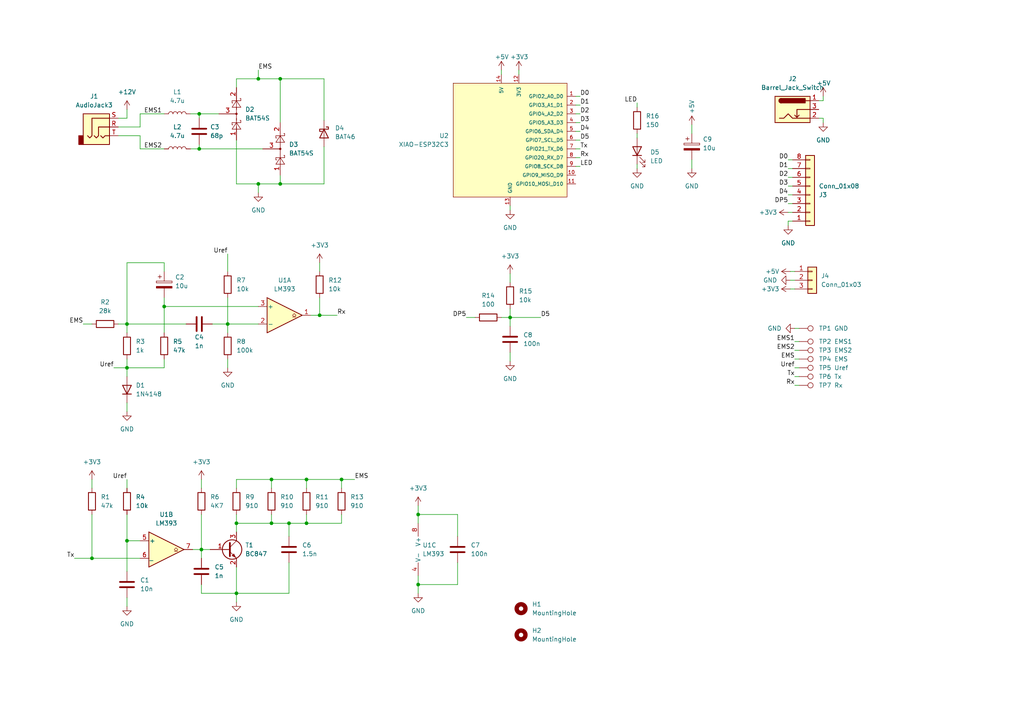
<source format=kicad_sch>
(kicad_sch (version 20230121) (generator eeschema)
  (paper "A4")
  (title_block (title "EMS Bus Gateway") (date "2023-09-25") (rev "v1.0") (company "Marius Greuel"))
  (lib_symbols
    (symbol "Comparator:LM393" (pin_names (offset 0.127))
      (property "Reference" "U" (at 3.81 3.81 0))
      (property "Value" "LM393" (at 6.35 -3.81 0))
      (symbol "LM393_1_1"
        (polyline (pts (xy -5.08 5.08) (xy 5.08 0) (xy -5.08 -5.08) (xy -5.08 5.08)) (stroke (width 0.254)) (fill (type background)))
        (polyline (pts (xy 3.302 -0.508) (xy 2.794 -0.508) (xy 3.302 0) (xy 2.794 0.508) (xy 2.286 0) (xy 2.794 -0.508) (xy 2.286 -0.508)) (stroke (width 0.127)))
        (pin open_collector line (at 7.62 0 180) (length 2.54) (name "~") (number "1"))
        (pin input line (at -7.62 -2.54 0) (length 2.54) (name "-") (number "2"))
        (pin input line (at -7.62 2.54 0) (length 2.54) (name "+") (number "3"))
      )
      (symbol "LM393_2_1"
        (polyline (pts (xy -5.08 5.08) (xy 5.08 0) (xy -5.08 -5.08) (xy -5.08 5.08)) (stroke (width 0.254)) (fill (type background)))
        (polyline (pts (xy 3.302 -0.508) (xy 2.794 -0.508) (xy 3.302 0) (xy 2.794 0.508) (xy 2.286 0) (xy 2.794 -0.508) (xy 2.286 -0.508)) (stroke (width 0.127)))
        (pin input line (at -7.62 2.54 0) (length 2.54) (name "+") (number "5"))
        (pin input line (at -7.62 -2.54 0) (length 2.54) (name "_") (number "6"))
        (pin open_collector line (at 7.62 0 180) (length 2.54) (name "~") (number "7"))
      )
      (symbol "LM393_3_1"
        (pin power_in line (at -2.54 -7.62 90) (length 3.81) (name "V-") (number "4"))
        (pin power_in line (at -2.54 7.62 270) (length 3.81) (name "V+") (number "8"))
      )
    )
    (symbol "Connector:AudioJack3"
      (property "Reference" "J" (at 0 8.89 0))
      (property "Value" "AudioJack3" (at 0 6.35 0))
      (symbol "AudioJack3_0_1"
        (rectangle (start -5.08 -5.08) (end -6.35 -2.54) (stroke (width 0.254)) (fill (type outline)))
        (polyline (pts (xy 0 -2.54) (xy 0.635 -3.175) (xy 1.27 -2.54) (xy 2.54 -2.54)) (stroke (width 0.254)))
        (polyline (pts (xy -1.905 -2.54) (xy -1.27 -3.175) (xy -0.635 -2.54) (xy -0.635 0) (xy 2.54 0)) (stroke (width 0.254)))
        (polyline (pts (xy 2.54 2.54) (xy -2.54 2.54) (xy -2.54 -2.54) (xy -3.175 -3.175) (xy -3.81 -2.54)) (stroke (width 0.254)))
        (rectangle (start 2.54 3.81) (end -5.08 -5.08) (stroke (width 0.254)) (fill (type background)))
      )
      (symbol "AudioJack3_1_1"
        (pin passive line (at 5.08 0 180) (length 2.54) (name "~") (number "R"))
        (pin passive line (at 5.08 2.54 180) (length 2.54) (name "~") (number "S"))
        (pin passive line (at 5.08 -2.54 180) (length 2.54) (name "~") (number "T"))
      )
    )
    (symbol "Connector:Barrel_Jack_Switch" (pin_names hide)
      (property "Reference" "J" (at 0 5.334 0))
      (property "Value" "Barrel_Jack_Switch" (at 0 -5.08 0))
      (symbol "Barrel_Jack_Switch_0_1"
        (rectangle (start -5.08 3.81) (end 5.08 -3.81) (stroke (width 0.254)) (fill (type background)))
        (arc (start -3.302 3.175) (mid -3.9343 2.54) (end -3.302 1.905) (stroke (width 0.254)))
        (arc (start -3.302 3.175) (mid -3.9343 2.54) (end -3.302 1.905) (stroke (width 0.254)) (fill (type outline)))
        (polyline (pts (xy 1.27 -2.286) (xy 1.905 -1.651)) (stroke (width 0.254)))
        (polyline (pts (xy 5.08 2.54) (xy 3.81 2.54)) (stroke (width 0.254)))
        (polyline (pts (xy 5.08 0) (xy 1.27 0) (xy 1.27 -2.286) (xy 0.635 -1.651)) (stroke (width 0.254)))
        (polyline (pts (xy -3.81 -2.54) (xy -2.54 -2.54) (xy -1.27 -1.27) (xy 0 -2.54) (xy 2.54 -2.54) (xy 5.08 -2.54)) (stroke (width 0.254)))
        (rectangle (start 3.683 3.175) (end -3.302 1.905) (stroke (width 0.254)) (fill (type outline)))
      )
      (symbol "Barrel_Jack_Switch_1_1"
        (pin passive line (at 7.62 2.54 180) (length 2.54) (name "~") (number "1"))
        (pin passive line (at 7.62 -2.54 180) (length 2.54) (name "~") (number "2"))
        (pin passive line (at 7.62 0 180) (length 2.54) (name "~") (number "3"))
      )
    )
    (symbol "Connector:TestPoint" (pin_numbers hide) (pin_names (offset 0.762) hide)
      (property "Reference" "TP" (at 0 6.858 0))
      (property "Value" "TestPoint" (at 0 5.08 0))
      (symbol "TestPoint_0_1"
        (circle (center 0 3.302) (radius 0.762))
      )
      (symbol "TestPoint_1_1"
        (pin passive line (at 0 0 90) (length 2.54) (name "1") (number "1"))
      )
    )
    (symbol "Connector_Generic:Conn_01x03" (pin_names (offset 1.016) hide)
      (property "Reference" "J" (at 0 5.08 0))
      (property "Value" "Conn_01x03" (at 0 -5.08 0))
      (symbol "Conn_01x03_1_1"
        (rectangle (start -1.27 -2.413) (end 0 -2.667) (stroke (width 0.1524)))
        (rectangle (start -1.27 0.127) (end 0 -0.127) (stroke (width 0.1524)))
        (rectangle (start -1.27 2.667) (end 0 2.413) (stroke (width 0.1524)))
        (rectangle (start -1.27 3.81) (end 1.27 -3.81) (stroke (width 0.254)) (fill (type background)))
        (pin passive line (at -5.08 2.54 0) (length 3.81) (name "Pin_1") (number "1"))
        (pin passive line (at -5.08 0 0) (length 3.81) (name "Pin_2") (number "2"))
        (pin passive line (at -5.08 -2.54 0) (length 3.81) (name "Pin_3") (number "3"))
      )
    )
    (symbol "Connector_Generic:Conn_01x08" (pin_names (offset 1.016) hide)
      (property "Reference" "J" (at 0 10.16 0))
      (property "Value" "Conn_01x08" (at 0 -12.7 0))
      (symbol "Conn_01x08_1_1"
        (rectangle (start -1.27 -10.033) (end 0 -10.287) (stroke (width 0.1524)))
        (rectangle (start -1.27 -7.493) (end 0 -7.747) (stroke (width 0.1524)))
        (rectangle (start -1.27 -4.953) (end 0 -5.207) (stroke (width 0.1524)))
        (rectangle (start -1.27 -2.413) (end 0 -2.667) (stroke (width 0.1524)))
        (rectangle (start -1.27 0.127) (end 0 -0.127) (stroke (width 0.1524)))
        (rectangle (start -1.27 2.667) (end 0 2.413) (stroke (width 0.1524)))
        (rectangle (start -1.27 5.207) (end 0 4.953) (stroke (width 0.1524)))
        (rectangle (start -1.27 7.747) (end 0 7.493) (stroke (width 0.1524)))
        (rectangle (start -1.27 8.89) (end 1.27 -11.43) (stroke (width 0.254)) (fill (type background)))
        (pin passive line (at -5.08 7.62 0) (length 3.81) (name "Pin_1") (number "1"))
        (pin passive line (at -5.08 5.08 0) (length 3.81) (name "Pin_2") (number "2"))
        (pin passive line (at -5.08 2.54 0) (length 3.81) (name "Pin_3") (number "3"))
        (pin passive line (at -5.08 0 0) (length 3.81) (name "Pin_4") (number "4"))
        (pin passive line (at -5.08 -2.54 0) (length 3.81) (name "Pin_5") (number "5"))
        (pin passive line (at -5.08 -5.08 0) (length 3.81) (name "Pin_6") (number "6"))
        (pin passive line (at -5.08 -7.62 0) (length 3.81) (name "Pin_7") (number "7"))
        (pin passive line (at -5.08 -10.16 0) (length 3.81) (name "Pin_8") (number "8"))
      )
    )
    (symbol "Device:C" (pin_numbers hide) (pin_names (offset 0.254))
      (property "Reference" "C" (at 0.635 2.54 0))
      (property "Value" "C" (at 0.635 -2.54 0))
      (symbol "C_0_1"
        (polyline (pts (xy -2.032 -0.762) (xy 2.032 -0.762)) (stroke (width 0.508)))
        (polyline (pts (xy -2.032 0.762) (xy 2.032 0.762)) (stroke (width 0.508)))
      )
      (symbol "C_1_1"
        (pin passive line (at 0 3.81 270) (length 2.794) (name "~") (number "1"))
        (pin passive line (at 0 -3.81 90) (length 2.794) (name "~") (number "2"))
      )
    )
    (symbol "Device:C_Polarized" (pin_numbers hide) (pin_names (offset 0.254))
      (property "Reference" "C" (at 0.635 2.54 0))
      (property "Value" "C_Polarized" (at 0.635 -2.54 0))
      (symbol "C_Polarized_0_1"
        (rectangle (start -2.286 0.508) (end 2.286 1.016))
        (polyline (pts (xy -1.778 2.286) (xy -0.762 2.286)))
        (polyline (pts (xy -1.27 2.794) (xy -1.27 1.778)))
        (rectangle (start 2.286 -0.508) (end -2.286 -1.016) (fill (type outline)))
      )
      (symbol "C_Polarized_1_1"
        (pin passive line (at 0 3.81 270) (length 2.794) (name "~") (number "1"))
        (pin passive line (at 0 -3.81 90) (length 2.794) (name "~") (number "2"))
      )
    )
    (symbol "Device:L" (pin_numbers hide) (pin_names (offset 1.016) hide)
      (property "Reference" "L" (at -1.27 0 90))
      (property "Value" "L" (at 1.905 0 90))
      (symbol "L_0_1"
        (arc (start 0 -2.54) (mid 0.6323 -1.905) (end 0 -1.27))
        (arc (start 0 -1.27) (mid 0.6323 -0.635) (end 0 0))
        (arc (start 0 0) (mid 0.6323 0.635) (end 0 1.27))
        (arc (start 0 1.27) (mid 0.6323 1.905) (end 0 2.54))
      )
      (symbol "L_1_1"
        (pin passive line (at 0 3.81 270) (length 1.27) (name "1") (number "1"))
        (pin passive line (at 0 -3.81 90) (length 1.27) (name "2") (number "2"))
      )
    )
    (symbol "Device:LED" (pin_numbers hide) (pin_names (offset 1.016) hide)
      (property "Reference" "D" (at 0 2.54 0))
      (property "Value" "LED" (at 0 -2.54 0))
      (symbol "LED_0_1"
        (polyline (pts (xy -1.27 -1.27) (xy -1.27 1.27)) (stroke (width 0.254)))
        (polyline (pts (xy -1.27 0) (xy 1.27 0)))
        (polyline (pts (xy 1.27 -1.27) (xy 1.27 1.27) (xy -1.27 0) (xy 1.27 -1.27)) (stroke (width 0.254)))
        (polyline (pts (xy -3.048 -0.762) (xy -4.572 -2.286) (xy -3.81 -2.286) (xy -4.572 -2.286) (xy -4.572 -1.524)))
        (polyline (pts (xy -1.778 -0.762) (xy -3.302 -2.286) (xy -2.54 -2.286) (xy -3.302 -2.286) (xy -3.302 -1.524)))
      )
      (symbol "LED_1_1"
        (pin passive line (at -3.81 0 0) (length 2.54) (name "K") (number "1"))
        (pin passive line (at 3.81 0 180) (length 2.54) (name "A") (number "2"))
      )
    )
    (symbol "Device:R" (pin_numbers hide) (pin_names (offset 0))
      (property "Reference" "R" (at 2.032 0 90))
      (property "Value" "R" (at 0 0 90))
      (symbol "R_0_1"
        (rectangle (start -1.016 -2.54) (end 1.016 2.54) (stroke (width 0.254)))
      )
      (symbol "R_1_1"
        (pin passive line (at 0 3.81 270) (length 1.27) (name "~") (number "1"))
        (pin passive line (at 0 -3.81 90) (length 1.27) (name "~") (number "2"))
      )
    )
    (symbol "Diode:1N4148" (pin_numbers hide) (pin_names (offset 1.016) hide)
      (property "Reference" "D" (at 0 2.54 0))
      (property "Value" "1N4148" (at 0 -2.54 0))
      (symbol "1N4148_0_1"
        (polyline (pts (xy -1.27 1.27) (xy -1.27 -1.27)) (stroke (width 0.254)))
        (polyline (pts (xy 1.27 0) (xy -1.27 0)))
        (polyline (pts (xy 1.27 1.27) (xy 1.27 -1.27) (xy -1.27 0) (xy 1.27 1.27)) (stroke (width 0.254)))
      )
      (symbol "1N4148_1_1"
        (pin passive line (at -3.81 0 0) (length 2.54) (name "K") (number "1"))
        (pin passive line (at 3.81 0 180) (length 2.54) (name "A") (number "2"))
      )
    )
    (symbol "Diode:BAT46" (pin_numbers hide) (pin_names (offset 1.016) hide)
      (property "Reference" "D" (at 0 2.54 0))
      (property "Value" "BAT46" (at 0 -2.54 0))
      (symbol "BAT46_0_1"
        (polyline (pts (xy 1.27 0) (xy -1.27 0)))
        (polyline (pts (xy 1.27 1.27) (xy 1.27 -1.27) (xy -1.27 0) (xy 1.27 1.27)) (stroke (width 0.254)))
        (polyline (pts (xy -1.905 0.635) (xy -1.905 1.27) (xy -1.27 1.27) (xy -1.27 -1.27) (xy -0.635 -1.27) (xy -0.635 -0.635)) (stroke (width 0.254)))
      )
      (symbol "BAT46_1_1"
        (pin passive line (at -3.81 0 0) (length 2.54) (name "K") (number "1"))
        (pin passive line (at 3.81 0 180) (length 2.54) (name "A") (number "2"))
      )
    )
    (symbol "Diode:BAT54S" (pin_names (offset 1.016))
      (property "Reference" "D" (at 0.635 -3.81 0))
      (property "Value" "BAT54S" (at -6.35 3.175 0))
      (symbol "BAT54S_0_1"
        (polyline (pts (xy -3.81 0) (xy -1.27 0)))
        (polyline (pts (xy -3.175 -1.27) (xy -3.175 -1.016)))
        (polyline (pts (xy -2.54 -1.27) (xy -3.175 -1.27)))
        (polyline (pts (xy -2.54 -1.27) (xy -2.54 1.27)))
        (polyline (pts (xy -2.54 1.27) (xy -1.905 1.27)))
        (polyline (pts (xy -1.905 0) (xy 1.905 0)))
        (polyline (pts (xy -1.905 1.27) (xy -1.905 1.016)))
        (polyline (pts (xy 1.27 0) (xy 3.81 0)))
        (polyline (pts (xy 3.175 -1.27) (xy 3.175 -1.016)))
        (polyline (pts (xy 3.81 -1.27) (xy 3.175 -1.27)))
        (polyline (pts (xy 3.81 -1.27) (xy 3.81 1.27)))
        (polyline (pts (xy 3.81 1.27) (xy 4.445 1.27)))
        (polyline (pts (xy 4.445 1.27) (xy 4.445 1.016)))
        (polyline (pts (xy -4.445 1.27) (xy -4.445 -1.27) (xy -2.54 0) (xy -4.445 1.27)))
        (polyline (pts (xy 1.905 1.27) (xy 1.905 -1.27) (xy 3.81 0) (xy 1.905 1.27)))
        (circle (center 0 0) (radius 0.254) (fill (type outline)))
      )
      (symbol "BAT54S_1_1"
        (pin passive line (at -7.62 0 0) (length 3.81) (name "~") (number "1"))
        (pin passive line (at 7.62 0 180) (length 3.81) (name "~") (number "2"))
        (pin passive line (at 0 -5.08 90) (length 5.08) (name "~") (number "3"))
      )
    )
    (symbol "Mechanical:MountingHole" (pin_names (offset 1.016))
      (property "Reference" "H" (at 0 5.08 0))
      (property "Value" "MountingHole" (at 0 3.175 0))
      (symbol "MountingHole_0_1"
        (circle (center 0 0) (radius 1.27) (stroke (width 1.27)))
      )
    )
    (symbol "Project:XIAO-ESP32C3" (pin_names (offset 1.016))
      (property "Reference" "U" (at -16.51 17.78 0))
      (property "Value" "XIAO-ESP32C3" (at 2.54 -19.05 0))
      (symbol "XIAO-ESP32C3_1_0"
        (pin bidirectional line (at 19.05 12.7 180) (length 2.54) (name "GPIO2_A0_D0") (number "1"))
        (pin bidirectional line (at 19.05 -10.16 180) (length 2.54) (name "GPIO9_MISO_D9") (number "10"))
        (pin bidirectional line (at 19.05 -12.7 180) (length 2.54) (name "GPIO10_MOSI_D10") (number "11"))
        (pin power_out line (at 2.54 19.05 270) (length 2.54) (name "3V3") (number "12"))
        (pin power_in line (at 0 -19.05 90) (length 2.54) (name "GND") (number "13"))
        (pin power_in line (at -2.54 19.05 270) (length 2.54) (name "5V") (number "14"))
        (pin bidirectional line (at 19.05 10.16 180) (length 2.54) (name "GPIO3_A1_D1") (number "2"))
        (pin bidirectional line (at 19.05 7.62 180) (length 2.54) (name "GPIO4_A2_D2") (number "3"))
        (pin bidirectional line (at 19.05 5.08 180) (length 2.54) (name "GPIO5_A3_D3") (number "4"))
        (pin bidirectional line (at 19.05 2.54 180) (length 2.54) (name "GPIO6_SDA_D4") (number "5"))
        (pin bidirectional line (at 19.05 0 180) (length 2.54) (name "GPIO7_SCL_D5") (number "6"))
        (pin bidirectional line (at 19.05 -2.54 180) (length 2.54) (name "GPIO21_TX_D6") (number "7"))
        (pin bidirectional line (at 19.05 -5.08 180) (length 2.54) (name "GPIO20_RX_D7") (number "8"))
        (pin bidirectional line (at 19.05 -7.62 180) (length 2.54) (name "GPIO8_SCK_D8") (number "9"))
      )
      (symbol "XIAO-ESP32C3_1_1"
        (rectangle (start -16.51 16.51) (end 16.51 -16.51) (fill (type background)))
      )
    )
    (symbol "Transistor_BJT:BC847" (pin_names (offset 0) hide)
      (property "Reference" "Q" (at 5.08 1.905 0))
      (property "Value" "BC847" (at 5.08 0 0))
      (symbol "BC847_0_1"
        (polyline (pts (xy 0.635 0.635) (xy 2.54 2.54)))
        (polyline (pts (xy 0.635 -0.635) (xy 2.54 -2.54) (xy 2.54 -2.54)))
        (polyline (pts (xy 0.635 1.905) (xy 0.635 -1.905) (xy 0.635 -1.905)) (stroke (width 0.508)))
        (polyline (pts (xy 1.27 -1.778) (xy 1.778 -1.27) (xy 2.286 -2.286) (xy 1.27 -1.778) (xy 1.27 -1.778)) (fill (type outline)))
        (circle (center 1.27 0) (radius 2.8194) (stroke (width 0.254)))
      )
      (symbol "BC847_1_1"
        (pin input line (at -5.08 0 0) (length 5.715) (name "B") (number "1"))
        (pin passive line (at 2.54 -5.08 90) (length 2.54) (name "E") (number "2"))
        (pin passive line (at 2.54 5.08 270) (length 2.54) (name "C") (number "3"))
      )
    )
    (symbol "power:+12V" (power) (pin_names (offset 0))
      (property "Value" "+12V" (at 0 3.556 0))
      (symbol "+12V_0_1"
        (polyline (pts (xy -0.762 1.27) (xy 0 2.54)))
        (polyline (pts (xy 0 0) (xy 0 2.54)))
        (polyline (pts (xy 0 2.54) (xy 0.762 1.27)))
      )
      (symbol "+12V_1_1"
        (pin power_in line (at 0 0 90) (length 0) hide (name "+12V") (number "1"))
      )
    )
    (symbol "power:+3V3" (power) (pin_names (offset 0))
      (property "Value" "+3V3" (at 0 3.556 0))
      (symbol "+3V3_0_1"
        (polyline (pts (xy -0.762 1.27) (xy 0 2.54)))
        (polyline (pts (xy 0 0) (xy 0 2.54)))
        (polyline (pts (xy 0 2.54) (xy 0.762 1.27)))
      )
      (symbol "+3V3_1_1"
        (pin power_in line (at 0 0 90) (length 0) hide (name "+3V3") (number "1"))
      )
    )
    (symbol "power:+5V" (power) (pin_names (offset 0))
      (property "Value" "+5V" (at 0 3.556 0))
      (symbol "+5V_0_1"
        (polyline (pts (xy -0.762 1.27) (xy 0 2.54)))
        (polyline (pts (xy 0 0) (xy 0 2.54)))
        (polyline (pts (xy 0 2.54) (xy 0.762 1.27)))
      )
      (symbol "+5V_1_1"
        (pin power_in line (at 0 0 90) (length 0) hide (name "+5V") (number "1"))
      )
    )
    (symbol "power:GND" (power) (pin_names (offset 0))
      (property "Value" "GND" (at 0 -3.81 0))
      (symbol "GND_0_1"
        (polyline (pts (xy 0 0) (xy 0 -1.27) (xy 1.27 -1.27) (xy 0 -2.54) (xy -1.27 -1.27) (xy 0 -1.27)))
      )
      (symbol "GND_1_1"
        (pin power_in line (at 0 0 270) (length 0) hide (name "GND") (number "1"))
      )
    )
  )
  (junction (at 121.285 169.545))
  (junction (at 66.04 93.98))
  (junction (at 57.785 33.02))
  (junction (at 36.83 156.845))
  (junction (at 36.83 93.98))
  (junction (at 99.06 139.065))
  (junction (at 92.71 91.44))
  (junction (at 57.785 43.18))
  (junction (at 68.58 151.765))
  (junction (at 88.9 151.765))
  (junction (at 83.82 151.765))
  (junction (at 74.93 53.34))
  (junction (at 47.625 88.9))
  (junction (at 78.74 151.765))
  (junction (at 88.9 139.065))
  (junction (at 121.285 149.225))
  (junction (at 81.28 53.34))
  (junction (at 81.28 22.86))
  (junction (at 147.955 92.075))
  (junction (at 74.93 22.86))
  (junction (at 58.42 159.385))
  (junction (at 26.67 161.925))
  (junction (at 78.74 139.065))
  (junction (at 36.83 106.68))
  (junction (at 68.58 172.085))
  (wire (pts (xy 230.505 99.06) (xy 231.775 99.06)))
  (wire (pts (xy 78.74 151.765) (xy 78.74 149.225)))
  (wire (pts (xy 58.42 172.085) (xy 68.58 172.085)))
  (wire (pts (xy 167.005 40.64) (xy 168.275 40.64)))
  (wire (pts (xy 36.83 173.355) (xy 36.83 175.895)))
  (wire (pts (xy 47.625 78.74) (xy 47.625 76.2)))
  (wire (pts (xy 68.58 149.225) (xy 68.58 151.765)))
  (wire (pts (xy 121.285 151.765) (xy 121.285 149.225)))
  (wire (pts (xy 147.955 92.075) (xy 147.955 94.615)))
  (wire (pts (xy 167.005 43.18) (xy 168.275 43.18)))
  (wire (pts (xy 230.505 95.25) (xy 231.775 95.25)))
  (wire (pts (xy 68.58 151.765) (xy 68.58 154.305)))
  (wire (pts (xy 93.98 42.545) (xy 93.98 53.34)))
  (wire (pts (xy 200.66 46.355) (xy 200.66 48.895)))
  (wire (pts (xy 229.235 78.74) (xy 230.505 78.74)))
  (wire (pts (xy 230.505 104.14) (xy 231.775 104.14)))
  (wire (pts (xy 57.785 33.02) (xy 57.785 34.29)))
  (wire (pts (xy 66.04 104.14) (xy 66.04 106.68)))
  (wire (pts (xy 150.495 20.32) (xy 150.495 21.59)))
  (wire (pts (xy 58.42 169.545) (xy 58.42 172.085)))
  (wire (pts (xy 135.255 92.075) (xy 137.795 92.075)))
  (wire (pts (xy 99.06 139.065) (xy 102.87 139.065)))
  (wire (pts (xy 74.93 20.32) (xy 74.93 22.86)))
  (wire (pts (xy 228.6 51.435) (xy 229.87 51.435)))
  (wire (pts (xy 228.6 53.975) (xy 229.87 53.975)))
  (wire (pts (xy 26.67 149.225) (xy 26.67 161.925)))
  (wire (pts (xy 167.005 38.1) (xy 168.275 38.1)))
  (wire (pts (xy 93.98 34.925) (xy 93.98 22.86)))
  (wire (pts (xy 145.415 92.075) (xy 147.955 92.075)))
  (wire (pts (xy 36.83 106.68) (xy 36.83 109.22)))
  (wire (pts (xy 33.02 106.68) (xy 36.83 106.68)))
  (wire (pts (xy 81.28 22.86) (xy 81.28 35.56)))
  (wire (pts (xy 167.005 27.94) (xy 168.275 27.94)))
  (wire (pts (xy 88.9 139.065) (xy 88.9 141.605)))
  (wire (pts (xy 68.58 172.085) (xy 68.58 174.625)))
  (wire (pts (xy 36.83 93.98) (xy 36.83 96.52)))
  (wire (pts (xy 228.6 46.355) (xy 229.87 46.355)))
  (wire (pts (xy 230.505 106.68) (xy 231.775 106.68)))
  (wire (pts (xy 57.785 33.02) (xy 63.5 33.02)))
  (wire (pts (xy 55.245 33.02) (xy 57.785 33.02)))
  (wire (pts (xy 238.76 34.29) (xy 238.76 35.56)))
  (wire (pts (xy 58.42 139.065) (xy 58.42 141.605)))
  (wire (pts (xy 99.06 149.225) (xy 99.06 151.765)))
  (wire (pts (xy 66.04 86.36) (xy 66.04 93.98)))
  (wire (pts (xy 36.83 34.29) (xy 34.29 34.29)))
  (wire (pts (xy 57.785 43.18) (xy 76.2 43.18)))
  (wire (pts (xy 228.6 64.135) (xy 229.87 64.135)))
  (wire (pts (xy 147.955 92.075) (xy 156.845 92.075)))
  (wire (pts (xy 228.6 61.595) (xy 229.87 61.595)))
  (wire (pts (xy 147.955 102.235) (xy 147.955 104.775)))
  (wire (pts (xy 26.67 139.065) (xy 26.67 141.605)))
  (wire (pts (xy 229.235 83.82) (xy 230.505 83.82)))
  (wire (pts (xy 34.29 93.98) (xy 36.83 93.98)))
  (wire (pts (xy 184.785 38.735) (xy 184.785 40.005)))
  (wire (pts (xy 36.83 149.225) (xy 36.83 156.845)))
  (wire (pts (xy 34.29 36.83) (xy 40.64 36.83)))
  (wire (pts (xy 230.505 111.76) (xy 231.775 111.76)))
  (wire (pts (xy 167.005 45.72) (xy 168.275 45.72)))
  (wire (pts (xy 68.58 40.64) (xy 68.58 53.34)))
  (wire (pts (xy 200.66 36.195) (xy 200.66 38.735)))
  (wire (pts (xy 47.625 86.36) (xy 47.625 88.9)))
  (wire (pts (xy 83.82 163.195) (xy 83.82 172.085)))
  (wire (pts (xy 66.04 93.98) (xy 66.04 96.52)))
  (wire (pts (xy 61.595 93.98) (xy 66.04 93.98)))
  (wire (pts (xy 228.6 65.405) (xy 228.6 64.135)))
  (wire (pts (xy 68.58 172.085) (xy 83.82 172.085)))
  (wire (pts (xy 36.83 156.845) (xy 36.83 165.735)))
  (wire (pts (xy 228.6 48.895) (xy 229.87 48.895)))
  (wire (pts (xy 40.64 156.845) (xy 36.83 156.845)))
  (wire (pts (xy 47.625 88.9) (xy 47.625 96.52)))
  (wire (pts (xy 230.505 109.22) (xy 231.775 109.22)))
  (wire (pts (xy 74.93 55.88) (xy 74.93 53.34)))
  (wire (pts (xy 36.83 139.065) (xy 36.83 141.605)))
  (wire (pts (xy 66.04 73.66) (xy 66.04 78.74)))
  (wire (pts (xy 58.42 159.385) (xy 58.42 161.925)))
  (wire (pts (xy 237.49 29.21) (xy 238.76 29.21)))
  (wire (pts (xy 237.49 34.29) (xy 238.76 34.29)))
  (wire (pts (xy 121.285 149.225) (xy 132.715 149.225)))
  (wire (pts (xy 36.83 116.84) (xy 36.83 119.38)))
  (wire (pts (xy 36.83 31.75) (xy 36.83 34.29)))
  (wire (pts (xy 68.58 139.065) (xy 78.74 139.065)))
  (wire (pts (xy 83.82 151.765) (xy 83.82 155.575)))
  (wire (pts (xy 92.71 86.36) (xy 92.71 91.44)))
  (wire (pts (xy 167.005 48.26) (xy 168.275 48.26)))
  (wire (pts (xy 68.58 53.34) (xy 74.93 53.34)))
  (wire (pts (xy 40.64 39.37) (xy 40.64 43.18)))
  (wire (pts (xy 74.93 93.98) (xy 66.04 93.98)))
  (wire (pts (xy 58.42 159.385) (xy 60.96 159.385)))
  (wire (pts (xy 230.505 101.6) (xy 231.775 101.6)))
  (wire (pts (xy 184.785 29.845) (xy 184.785 31.115)))
  (wire (pts (xy 83.82 151.765) (xy 88.9 151.765)))
  (wire (pts (xy 121.285 169.545) (xy 121.285 172.085)))
  (wire (pts (xy 145.415 20.32) (xy 145.415 21.59)))
  (wire (pts (xy 21.59 161.925) (xy 26.67 161.925)))
  (wire (pts (xy 121.285 146.685) (xy 121.285 149.225)))
  (wire (pts (xy 90.17 91.44) (xy 92.71 91.44)))
  (wire (pts (xy 92.71 91.44) (xy 97.79 91.44)))
  (wire (pts (xy 132.715 163.195) (xy 132.715 169.545)))
  (wire (pts (xy 40.64 43.18) (xy 47.625 43.18)))
  (wire (pts (xy 121.285 167.005) (xy 121.285 169.545)))
  (wire (pts (xy 88.9 151.765) (xy 99.06 151.765)))
  (wire (pts (xy 81.28 53.34) (xy 81.28 50.8)))
  (wire (pts (xy 238.76 29.21) (xy 238.76 27.94)))
  (wire (pts (xy 78.74 151.765) (xy 83.82 151.765)))
  (wire (pts (xy 24.13 93.98) (xy 26.67 93.98)))
  (wire (pts (xy 167.005 30.48) (xy 168.275 30.48)))
  (wire (pts (xy 132.715 149.225) (xy 132.715 155.575)))
  (wire (pts (xy 88.9 149.225) (xy 88.9 151.765)))
  (wire (pts (xy 55.88 159.385) (xy 58.42 159.385)))
  (wire (pts (xy 68.58 164.465) (xy 68.58 172.085)))
  (wire (pts (xy 184.785 47.625) (xy 184.785 48.895)))
  (wire (pts (xy 34.29 39.37) (xy 40.64 39.37)))
  (wire (pts (xy 36.83 93.98) (xy 53.975 93.98)))
  (wire (pts (xy 92.71 76.2) (xy 92.71 78.74)))
  (wire (pts (xy 68.58 141.605) (xy 68.58 139.065)))
  (wire (pts (xy 36.83 76.2) (xy 47.625 76.2)))
  (wire (pts (xy 167.005 33.02) (xy 168.275 33.02)))
  (wire (pts (xy 74.93 53.34) (xy 81.28 53.34)))
  (wire (pts (xy 40.64 33.02) (xy 47.625 33.02)))
  (wire (pts (xy 228.6 59.055) (xy 229.87 59.055)))
  (wire (pts (xy 132.715 169.545) (xy 121.285 169.545)))
  (wire (pts (xy 36.83 76.2) (xy 36.83 93.98)))
  (wire (pts (xy 99.06 139.065) (xy 99.06 141.605)))
  (wire (pts (xy 147.955 89.535) (xy 147.955 92.075)))
  (wire (pts (xy 88.9 139.065) (xy 99.06 139.065)))
  (wire (pts (xy 26.67 161.925) (xy 40.64 161.925)))
  (wire (pts (xy 229.235 81.28) (xy 230.505 81.28)))
  (wire (pts (xy 93.98 22.86) (xy 81.28 22.86)))
  (wire (pts (xy 36.83 104.14) (xy 36.83 106.68)))
  (wire (pts (xy 228.6 56.515) (xy 229.87 56.515)))
  (wire (pts (xy 167.005 35.56) (xy 168.275 35.56)))
  (wire (pts (xy 47.625 106.68) (xy 36.83 106.68)))
  (wire (pts (xy 78.74 139.065) (xy 78.74 141.605)))
  (wire (pts (xy 78.74 139.065) (xy 88.9 139.065)))
  (wire (pts (xy 81.28 53.34) (xy 93.98 53.34)))
  (wire (pts (xy 68.58 25.4) (xy 68.58 22.86)))
  (wire (pts (xy 68.58 151.765) (xy 78.74 151.765)))
  (wire (pts (xy 55.245 43.18) (xy 57.785 43.18)))
  (wire (pts (xy 47.625 88.9) (xy 74.93 88.9)))
  (wire (pts (xy 68.58 22.86) (xy 74.93 22.86)))
  (wire (pts (xy 58.42 149.225) (xy 58.42 159.385)))
  (wire (pts (xy 57.785 41.91) (xy 57.785 43.18)))
  (wire (pts (xy 40.64 36.83) (xy 40.64 33.02)))
  (wire (pts (xy 147.955 59.69) (xy 147.955 60.96)))
  (wire (pts (xy 47.625 104.14) (xy 47.625 106.68)))
  (wire (pts (xy 74.93 22.86) (xy 81.28 22.86)))
  (wire (pts (xy 147.955 79.375) (xy 147.955 81.915)))
  (label "Uref" (at 230.505 106.68 180))
  (label "D1" (at 228.6 48.895 180))
  (label "Uref" (at 36.83 139.065 180))
  (label "D4" (at 168.275 38.1 0))
  (label "Rx" (at 97.79 91.44 0))
  (label "Tx" (at 230.505 109.22 180))
  (label "Tx" (at 21.59 161.925 180))
  (label "D5" (at 168.275 40.64 0))
  (label "EMS1" (at 230.505 99.06 180))
  (label "EMS" (at 102.87 139.065 0))
  (label "D4" (at 228.6 56.515 180))
  (label "D3" (at 228.6 53.975 180))
  (label "EMS1" (at 46.99 33.02 180))
  (label "DP5" (at 135.255 92.075 180))
  (label "DP5" (at 228.6 59.055 180))
  (label "D5" (at 156.845 92.075 0))
  (label "LED" (at 184.785 29.845 180))
  (label "Uref" (at 66.04 73.66 180))
  (label "LED" (at 168.275 48.26 0))
  (label "EMS2" (at 230.505 101.6 180))
  (label "EMS" (at 74.93 20.32 0))
  (label "D0" (at 228.6 46.355 180))
  (label "D2" (at 168.275 33.02 0))
  (label "Uref" (at 33.02 106.68 180))
  (label "D0" (at 168.275 27.94 0))
  (label "Rx" (at 168.275 45.72 0))
  (label "Tx" (at 168.275 43.18 0))
  (label "D2" (at 228.6 51.435 180))
  (label "EMS" (at 24.13 93.98 180))
  (label "EMS" (at 230.505 104.14 180))
  (label "D1" (at 168.275 30.48 0))
  (label "Rx" (at 230.505 111.76 180))
  (label "EMS2" (at 46.99 43.18 180))
  (label "D3" (at 168.275 35.56 0))
  (symbol (lib_id "Comparator:LM393") (at 82.55 91.44 0) (unit 1)
    (property "Reference" "U1" (at 82.55 81.28 0))
    (property "Value" "LM393" (at 82.55 83.82 0))
    (property "Footprint" "Package_SO:SO-8_3.9x4.9mm_P1.27mm" (effects hide))
    (property "Datasheet" "http://www.ti.com/lit/ds/symlink/lm393.pdf" (effects hide))
  )
  (symbol (lib_id "Device:R") (at 88.9 145.415 0) (unit 1)
    (property "Reference" "R11" (at 91.44 144.1449 0) (effects (justify left)))
    (property "Value" "910" (at 91.44 146.6849 0) (effects (justify left)))
    (property "Footprint" "Resistor_SMD:R_0805_2012Metric" (effects hide))
  )
  (symbol (lib_id "power:+3V3") (at 147.955 79.375 0) (unit 1)
    (property "Reference" "#PWR014" (effects hide))
    (property "Value" "+3V3" (at 147.955 74.295 0))
  )
  (symbol (lib_id "power:+3V3") (at 26.67 139.065 0) (unit 1)
    (property "Reference" "#PWR01" (effects hide))
    (property "Value" "+3V3" (at 26.67 133.985 0))
  )
  (symbol (lib_id "power:+5V") (at 238.76 27.94 0) (unit 1)
    (property "Reference" "#PWR026" (effects hide))
    (property "Value" "+5V" (at 236.855 24.13 0) (effects (justify left)))
  )
  (symbol (lib_id "Connector:TestPoint") (at 231.775 111.76 270) (unit 1)
    (property "Reference" "TP7" (at 237.49 111.76 90) (effects (justify left)))
    (property "Value" "Rx" (at 241.935 111.76 90) (effects (justify left)))
    (property "Footprint" "TestPoint:TestPoint_Pad_D1.0mm" (effects hide))
  )
  (symbol (lib_id "Diode:1N4148") (at 36.83 113.03 90) (unit 1)
    (property "Reference" "D1" (at 39.37 111.7599 90) (effects (justify right)))
    (property "Value" "1N4148" (at 39.37 114.2999 90) (effects (justify right)))
    (property "Footprint" "Diode_SMD:D_SOD-123" (effects hide))
    (property "Datasheet" "https://assets.nexperia.com/documents/data-sheet/1N4148_1N4448.pdf" (effects hide))
  )
  (symbol (lib_id "power:+5V") (at 145.415 20.32 0) (unit 1)
    (property "Reference" "#PWR012" (effects hide))
    (property "Value" "+5V" (at 143.51 16.51 0) (effects (justify left)))
  )
  (symbol (lib_id "Device:C_Polarized") (at 47.625 82.55 0) (unit 1)
    (property "Reference" "C2" (at 50.8 80.391 0) (effects (justify left)))
    (property "Value" "10u" (at 50.8 82.931 0) (effects (justify left)))
    (property "Footprint" "Capacitor_Tantalum_SMD:CP_EIA-6032-28_Kemet-C" (effects hide))
  )
  (symbol (lib_id "Connector:TestPoint") (at 231.775 99.06 270) (unit 1)
    (property "Reference" "TP2" (at 237.49 99.06 90) (effects (justify left)))
    (property "Value" "EMS1" (at 241.935 99.06 90) (effects (justify left)))
    (property "Footprint" "TestPoint:TestPoint_Pad_D1.0mm" (effects hide))
  )
  (symbol (lib_id "Connector_Generic:Conn_01x03") (at 235.585 81.28 0) (unit 1)
    (property "Reference" "J4" (at 238.125 80.01 0) (effects (justify left)))
    (property "Value" "Conn_01x03" (at 238.125 82.55 0) (effects (justify left)))
    (property "Footprint" "Connector_PinHeader_2.54mm:PinHeader_1x03_P2.54mm_Vertical" (effects hide))
  )
  (symbol (lib_id "Device:R") (at 99.06 145.415 0) (unit 1)
    (property "Reference" "R13" (at 101.6 144.1449 0) (effects (justify left)))
    (property "Value" "910" (at 101.6 146.6849 0) (effects (justify left)))
    (property "Footprint" "Resistor_SMD:R_0805_2012Metric" (effects hide))
  )
  (symbol (lib_id "power:+3V3") (at 92.71 76.2 0) (unit 1)
    (property "Reference" "#PWR09" (effects hide))
    (property "Value" "+3V3" (at 92.71 71.12 0))
  )
  (symbol (lib_id "Device:C") (at 147.955 98.425 0) (unit 1)
    (property "Reference" "C8" (at 151.765 97.155 0) (effects (justify left)))
    (property "Value" "100n" (at 151.765 99.695 0) (effects (justify left)))
    (property "Footprint" "Capacitor_SMD:C_0805_2012Metric" (effects hide))
  )
  (symbol (lib_id "power:GND") (at 238.76 35.56 0) (unit 1)
    (property "Reference" "#PWR027" (effects hide))
    (property "Value" "GND" (at 238.76 40.64 0))
  )
  (symbol (lib_id "Device:R") (at 30.48 93.98 270) (unit 1)
    (property "Reference" "R2" (at 30.48 87.63 90))
    (property "Value" "28k" (at 30.48 90.17 90))
    (property "Footprint" "Resistor_SMD:R_0805_2012Metric" (effects hide))
  )
  (symbol (lib_id "Connector_Generic:Conn_01x08") (at 234.95 56.515 0) (mirror x) (unit 1)
    (property "Reference" "J3" (at 237.49 56.515 0) (effects (justify left)))
    (property "Value" "Conn_01x08" (at 237.49 53.975 0) (effects (justify left)))
    (property "Footprint" "Connector_PinHeader_2.54mm:PinHeader_1x08_P2.54mm_Vertical" (effects hide))
  )
  (symbol (lib_id "power:GND") (at 230.505 95.25 270) (unit 1)
    (property "Reference" "#PWR025" (effects hide))
    (property "Value" "GND" (at 226.695 95.25 90) (effects (justify right)))
  )
  (symbol (lib_id "Device:R") (at 78.74 145.415 0) (unit 1)
    (property "Reference" "R10" (at 81.28 144.1449 0) (effects (justify left)))
    (property "Value" "910" (at 81.28 146.6849 0) (effects (justify left)))
    (property "Footprint" "Resistor_SMD:R_0805_2012Metric" (effects hide))
  )
  (symbol (lib_id "power:+3V3") (at 121.285 146.685 0) (unit 1)
    (property "Reference" "#PWR010" (effects hide))
    (property "Value" "+3V3" (at 121.285 141.605 0))
  )
  (symbol (lib_id "Device:L") (at 51.435 43.18 90) (unit 1)
    (property "Reference" "L2" (at 51.435 36.83 90))
    (property "Value" "4.7u" (at 51.435 39.37 90))
    (property "Footprint" "Inductor_SMD:L_1210_3225Metric" (effects hide))
  )
  (symbol (lib_id "Device:R") (at 36.83 100.33 0) (unit 1)
    (property "Reference" "R3" (at 39.37 99.06 0) (effects (justify left)))
    (property "Value" "1k" (at 39.37 101.6 0) (effects (justify left)))
    (property "Footprint" "Resistor_SMD:R_0805_2012Metric" (effects hide))
  )
  (symbol (lib_id "power:+3V3") (at 228.6 61.595 90) (unit 1)
    (property "Reference" "#PWR020" (effects hide))
    (property "Value" "+3V3" (at 225.425 61.595 90) (effects (justify left)))
  )
  (symbol (lib_id "power:GND") (at 74.93 55.88 0) (unit 1)
    (property "Reference" "#PWR08" (effects hide))
    (property "Value" "GND" (at 74.93 60.96 0))
  )
  (symbol (lib_id "Transistor_BJT:BC847") (at 66.04 159.385 0) (unit 1)
    (property "Reference" "T1" (at 71.12 158.1149 0) (effects (justify left)))
    (property "Value" "BC847" (at 71.12 160.6549 0) (effects (justify left)))
    (property "Footprint" "Package_TO_SOT_SMD:SOT-23" (effects hide))
    (property "Datasheet" "http://www.infineon.com/dgdl/Infineon-BC847SERIES_BC848SERIES_BC849SERIES_BC850SERIES-DS-v01_01-en.pdf?fileId=db3a304314dca389011541d4630a1657" (effects hide))
  )
  (symbol (lib_id "power:GND") (at 228.6 65.405 0) (unit 1)
    (property "Reference" "#PWR021" (effects hide))
    (property "Value" "GND" (at 228.6 70.485 0))
  )
  (symbol (lib_id "Device:R") (at 141.605 92.075 270) (unit 1)
    (property "Reference" "R14" (at 141.605 85.725 90))
    (property "Value" "100" (at 141.605 88.265 90))
    (property "Footprint" "Resistor_SMD:R_0805_2012Metric" (effects hide))
  )
  (symbol (lib_id "power:GND") (at 68.58 174.625 0) (unit 1)
    (property "Reference" "#PWR07" (effects hide))
    (property "Value" "GND" (at 68.58 179.705 0))
  )
  (symbol (lib_id "Comparator:LM393") (at 123.825 159.385 0) (unit 3)
    (property "Reference" "U1" (at 122.555 158.1149 0) (effects (justify left)))
    (property "Value" "LM393" (at 122.555 160.6549 0) (effects (justify left)))
    (property "Footprint" "Package_SO:SO-8_3.9x4.9mm_P1.27mm" (effects hide))
    (property "Datasheet" "http://www.ti.com/lit/ds/symlink/lm393.pdf" (effects hide))
  )
  (symbol (lib_id "Device:R") (at 47.625 100.33 180) (unit 1)
    (property "Reference" "R5" (at 50.165 99.0599 0) (effects (justify right)))
    (property "Value" "47k" (at 50.165 101.5999 0) (effects (justify right)))
    (property "Footprint" "Resistor_SMD:R_0805_2012Metric" (effects hide))
  )
  (symbol (lib_id "power:GND") (at 66.04 106.68 0) (unit 1)
    (property "Reference" "#PWR06" (effects hide))
    (property "Value" "GND" (at 66.04 111.76 0))
  )
  (symbol (lib_id "Device:R") (at 66.04 82.55 0) (unit 1)
    (property "Reference" "R7" (at 68.58 81.2799 0) (effects (justify left)))
    (property "Value" "10k" (at 68.58 83.8199 0) (effects (justify left)))
    (property "Footprint" "Resistor_SMD:R_0805_2012Metric" (effects hide))
  )
  (symbol (lib_id "Device:LED") (at 184.785 43.815 90) (unit 1)
    (property "Reference" "D5" (at 188.595 44.1325 90) (effects (justify right)))
    (property "Value" "LED" (at 188.595 46.6725 90) (effects (justify right)))
    (property "Footprint" "LED_SMD:LED_0805_2012Metric" (effects hide))
  )
  (symbol (lib_id "power:GND") (at 36.83 119.38 0) (unit 1)
    (property "Reference" "#PWR03" (effects hide))
    (property "Value" "GND" (at 36.83 124.46 0))
  )
  (symbol (lib_id "Diode:BAT54S") (at 68.58 33.02 270) (mirror x) (unit 1)
    (property "Reference" "D2" (at 71.12 31.7499 90) (effects (justify left)))
    (property "Value" "BAT54S" (at 71.12 34.2899 90) (effects (justify left)))
    (property "Footprint" "Package_TO_SOT_SMD:SOT-23" (effects hide))
    (property "Datasheet" "https://www.diodes.com/assets/Datasheets/ds11005.pdf" (effects hide))
  )
  (symbol (lib_id "Comparator:LM393") (at 48.26 159.385 0) (unit 2)
    (property "Reference" "U1" (at 48.26 149.225 0))
    (property "Value" "LM393" (at 48.26 151.765 0))
    (property "Footprint" "Package_SO:SO-8_3.9x4.9mm_P1.27mm" (effects hide))
    (property "Datasheet" "http://www.ti.com/lit/ds/symlink/lm393.pdf" (effects hide))
  )
  (symbol (lib_id "Device:C") (at 36.83 169.545 0) (unit 1)
    (property "Reference" "C1" (at 40.64 168.2749 0) (effects (justify left)))
    (property "Value" "10n" (at 40.64 170.8149 0) (effects (justify left)))
    (property "Footprint" "Capacitor_SMD:C_0805_2012Metric" (effects hide))
  )
  (symbol (lib_id "Connector:AudioJack3") (at 29.21 36.83 0) (unit 1)
    (property "Reference" "J1" (at 27.305 27.94 0))
    (property "Value" "AudioJack3" (at 27.305 30.48 0))
    (property "Footprint" "Connector_Audio:Jack_3.5mm_Lumberg_1503_07_Horizontal" (effects hide))
  )
  (symbol (lib_id "power:GND") (at 121.285 172.085 0) (unit 1)
    (property "Reference" "#PWR011" (effects hide))
    (property "Value" "GND" (at 121.285 177.165 0))
  )
  (symbol (lib_id "Device:R") (at 58.42 145.415 0) (unit 1)
    (property "Reference" "R6" (at 60.96 144.1449 0) (effects (justify left)))
    (property "Value" "4K7" (at 60.96 146.6849 0) (effects (justify left)))
    (property "Footprint" "Resistor_SMD:R_0805_2012Metric" (effects hide))
  )
  (symbol (lib_id "power:GND") (at 184.785 48.895 0) (unit 1)
    (property "Reference" "#PWR017" (effects hide))
    (property "Value" "GND" (at 184.785 53.975 0))
  )
  (symbol (lib_id "Device:R") (at 66.04 100.33 0) (unit 1)
    (property "Reference" "R8" (at 68.58 99.0599 0) (effects (justify left)))
    (property "Value" "100k" (at 68.58 101.5999 0) (effects (justify left)))
    (property "Footprint" "Resistor_SMD:R_0805_2012Metric" (effects hide))
  )
  (symbol (lib_id "Device:C") (at 83.82 159.385 0) (unit 1)
    (property "Reference" "C6" (at 87.63 158.1149 0) (effects (justify left)))
    (property "Value" "1.5n" (at 87.63 160.6549 0) (effects (justify left)))
    (property "Footprint" "Capacitor_SMD:C_0805_2012Metric" (effects hide))
  )
  (symbol (lib_id "Connector:TestPoint") (at 231.775 109.22 270) (unit 1)
    (property "Reference" "TP6" (at 237.49 109.22 90) (effects (justify left)))
    (property "Value" "Tx" (at 241.935 109.22 90) (effects (justify left)))
    (property "Footprint" "TestPoint:TestPoint_Pad_D1.0mm" (effects hide))
  )
  (symbol (lib_id "Connector:TestPoint") (at 231.775 104.14 270) (unit 1)
    (property "Reference" "TP4" (at 237.49 104.14 90) (effects (justify left)))
    (property "Value" "EMS" (at 241.935 104.14 90) (effects (justify left)))
    (property "Footprint" "TestPoint:TestPoint_Pad_D1.0mm" (effects hide))
  )
  (symbol (lib_id "power:+5V") (at 229.235 78.74 90) (unit 1)
    (property "Reference" "#PWR022" (effects hide))
    (property "Value" "+5V" (at 226.06 78.74 90) (effects (justify left)))
  )
  (symbol (lib_id "Device:R") (at 147.955 85.725 0) (unit 1)
    (property "Reference" "R15" (at 150.495 84.4549 0) (effects (justify left)))
    (property "Value" "10k" (at 150.495 86.9949 0) (effects (justify left)))
    (property "Footprint" "Resistor_SMD:R_0805_2012Metric" (effects hide))
  )
  (symbol (lib_id "Device:C") (at 57.785 93.98 270) (unit 1)
    (property "Reference" "C4" (at 57.785 97.79 90))
    (property "Value" "1n" (at 57.785 100.33 90))
    (property "Footprint" "Capacitor_SMD:C_0805_2012Metric" (effects hide))
  )
  (symbol (lib_id "Connector:TestPoint") (at 231.775 101.6 270) (unit 1)
    (property "Reference" "TP3" (at 237.49 101.6 90) (effects (justify left)))
    (property "Value" "EMS2" (at 241.935 101.6 90) (effects (justify left)))
    (property "Footprint" "TestPoint:TestPoint_Pad_D1.0mm" (effects hide))
  )
  (symbol (lib_id "Mechanical:MountingHole") (at 151.13 176.53 0) (unit 1)
    (property "Reference" "H1" (at 154.305 175.26 0) (effects (justify left)))
    (property "Value" "MountingHole" (at 154.305 177.8 0) (effects (justify left)))
    (property "Footprint" "MountingHole:MountingHole_2.5mm" (effects hide))
  )
  (symbol (lib_id "Device:C_Polarized") (at 200.66 42.545 0) (unit 1)
    (property "Reference" "C9" (at 203.835 40.386 0) (effects (justify left)))
    (property "Value" "10u" (at 203.835 42.926 0) (effects (justify left)))
    (property "Footprint" "Capacitor_Tantalum_SMD:CP_EIA-6032-28_Kemet-C" (effects hide))
  )
  (symbol (lib_id "Connector:TestPoint") (at 231.775 106.68 270) (unit 1)
    (property "Reference" "TP5" (at 237.49 106.68 90) (effects (justify left)))
    (property "Value" "Uref" (at 241.935 106.68 90) (effects (justify left)))
    (property "Footprint" "TestPoint:TestPoint_Pad_D1.0mm" (effects hide))
  )
  (symbol (lib_id "Device:R") (at 68.58 145.415 0) (unit 1)
    (property "Reference" "R9" (at 71.12 144.1449 0) (effects (justify left)))
    (property "Value" "910" (at 71.12 146.6849 0) (effects (justify left)))
    (property "Footprint" "Resistor_SMD:R_0805_2012Metric" (effects hide))
  )
  (symbol (lib_id "Connector:TestPoint") (at 231.775 95.25 270) (unit 1)
    (property "Reference" "TP1" (at 237.49 95.25 90) (effects (justify left)))
    (property "Value" "GND" (at 241.935 95.25 90) (effects (justify left)))
    (property "Footprint" "TestPoint:TestPoint_Pad_D1.0mm" (effects hide))
  )
  (symbol (lib_id "power:+3V3") (at 229.235 83.82 90) (unit 1)
    (property "Reference" "#PWR024" (effects hide))
    (property "Value" "+3V3" (at 226.06 83.82 90) (effects (justify left)))
  )
  (symbol (lib_id "Project:XIAO-ESP32C3") (at 147.955 40.64 0) (unit 1)
    (property "Reference" "U2" (at 130.175 39.37 0) (effects (justify right)))
    (property "Value" "XIAO-ESP32C3" (at 130.175 41.91 0) (effects (justify right)))
    (property "Footprint" "Project:Seeed Studio XIAO" (effects hide))
  )
  (symbol (lib_id "Device:R") (at 26.67 145.415 0) (unit 1)
    (property "Reference" "R1" (at 29.21 144.145 0) (effects (justify left)))
    (property "Value" "47k" (at 29.21 146.685 0) (effects (justify left)))
    (property "Footprint" "Resistor_SMD:R_0805_2012Metric" (effects hide))
  )
  (symbol (lib_id "Connector:Barrel_Jack_Switch") (at 229.87 31.75 0) (unit 1)
    (property "Reference" "J2" (at 229.87 22.86 0))
    (property "Value" "Barrel_Jack_Switch" (at 229.87 25.4 0))
    (property "Footprint" "Project:Lumberg-NEB-21-R" (effects hide))
  )
  (symbol (lib_id "power:GND") (at 147.955 60.96 0) (unit 1)
    (property "Reference" "#PWR013" (effects hide))
    (property "Value" "GND" (at 147.955 66.04 0))
  )
  (symbol (lib_id "Device:R") (at 92.71 82.55 0) (unit 1)
    (property "Reference" "R12" (at 95.25 81.2799 0) (effects (justify left)))
    (property "Value" "10k" (at 95.25 83.8199 0) (effects (justify left)))
    (property "Footprint" "Resistor_SMD:R_0805_2012Metric" (effects hide))
  )
  (symbol (lib_id "Device:L") (at 51.435 33.02 90) (unit 1)
    (property "Reference" "L1" (at 51.435 26.67 90))
    (property "Value" "4.7u" (at 51.435 29.21 90))
    (property "Footprint" "Inductor_SMD:L_1210_3225Metric" (effects hide))
  )
  (symbol (lib_id "power:+3V3") (at 150.495 20.32 0) (unit 1)
    (property "Reference" "#PWR016" (effects hide))
    (property "Value" "+3V3" (at 147.955 16.51 0) (effects (justify left)))
  )
  (symbol (lib_id "Device:C") (at 132.715 159.385 0) (unit 1)
    (property "Reference" "C7" (at 136.525 158.1149 0) (effects (justify left)))
    (property "Value" "100n" (at 136.525 160.6549 0) (effects (justify left)))
    (property "Footprint" "Capacitor_SMD:C_0805_2012Metric" (effects hide))
  )
  (symbol (lib_id "power:GND") (at 200.66 48.895 0) (mirror y) (unit 1)
    (property "Reference" "#PWR019" (effects hide))
    (property "Value" "GND" (at 200.66 53.975 0))
  )
  (symbol (lib_id "Device:R") (at 36.83 145.415 0) (unit 1)
    (property "Reference" "R4" (at 39.37 144.1449 0) (effects (justify left)))
    (property "Value" "10k" (at 39.37 146.6849 0) (effects (justify left)))
    (property "Footprint" "Resistor_SMD:R_0805_2012Metric" (effects hide))
  )
  (symbol (lib_id "power:+12V") (at 36.83 31.75 0) (unit 1)
    (property "Reference" "#PWR02" (effects hide))
    (property "Value" "+12V" (at 36.83 26.67 0))
  )
  (symbol (lib_id "Diode:BAT46") (at 93.98 38.735 270) (unit 1)
    (property "Reference" "D4" (at 97.155 37.1475 90) (effects (justify left)))
    (property "Value" "BAT46" (at 97.155 39.6875 90) (effects (justify left)))
    (property "Footprint" "Diode_SMD:D_SOD-123" (effects hide))
    (property "Datasheet" "http://www.vishay.com/docs/85662/bat46.pdf" (effects hide))
  )
  (symbol (lib_id "Diode:BAT54S") (at 81.28 43.18 270) (mirror x) (unit 1)
    (property "Reference" "D3" (at 83.82 41.9099 90) (effects (justify left)))
    (property "Value" "BAT54S" (at 83.82 44.4499 90) (effects (justify left)))
    (property "Footprint" "Package_TO_SOT_SMD:SOT-23" (effects hide))
    (property "Datasheet" "https://www.diodes.com/assets/Datasheets/ds11005.pdf" (effects hide))
  )
  (symbol (lib_id "power:GND") (at 36.83 175.895 0) (unit 1)
    (property "Reference" "#PWR04" (effects hide))
    (property "Value" "GND" (at 36.83 180.975 0))
  )
  (symbol (lib_id "Device:R") (at 184.785 34.925 0) (unit 1)
    (property "Reference" "R16" (at 187.325 33.655 0) (effects (justify left)))
    (property "Value" "150" (at 187.325 36.195 0) (effects (justify left)))
    (property "Footprint" "Resistor_SMD:R_0805_2012Metric" (effects hide))
  )
  (symbol (lib_id "power:+5V") (at 200.66 36.195 0) (unit 1)
    (property "Reference" "#PWR018" (effects hide))
    (property "Value" "+5V" (at 200.66 33.02 90) (effects (justify left)))
  )
  (symbol (lib_id "Device:C") (at 57.785 38.1 0) (unit 1)
    (property "Reference" "C3" (at 60.96 36.83 0) (effects (justify left)))
    (property "Value" "68p" (at 60.96 39.37 0) (effects (justify left)))
    (property "Footprint" "Capacitor_SMD:C_0805_2012Metric" (effects hide))
  )
  (symbol (lib_id "power:GND") (at 229.235 81.28 270) (unit 1)
    (property "Reference" "#PWR023" (effects hide))
    (property "Value" "GND" (at 225.425 81.28 90) (effects (justify right)))
  )
  (symbol (lib_id "Mechanical:MountingHole") (at 151.13 184.15 0) (unit 1)
    (property "Reference" "H2" (at 154.305 182.88 0) (effects (justify left)))
    (property "Value" "MountingHole" (at 154.305 185.42 0) (effects (justify left)))
    (property "Footprint" "MountingHole:MountingHole_2.5mm" (effects hide))
  )
  (symbol (lib_id "power:+3V3") (at 58.42 139.065 0) (unit 1)
    (property "Reference" "#PWR05" (effects hide))
    (property "Value" "+3V3" (at 58.42 133.985 0))
  )
  (symbol (lib_id "power:GND") (at 147.955 104.775 0) (unit 1)
    (property "Reference" "#PWR015" (effects hide))
    (property "Value" "GND" (at 147.955 109.855 0))
  )
  (symbol (lib_id "Device:C") (at 58.42 165.735 0) (unit 1)
    (property "Reference" "C5" (at 62.23 164.4649 0) (effects (justify left)))
    (property "Value" "1n" (at 62.23 167.0049 0) (effects (justify left)))
    (property "Footprint" "Capacitor_SMD:C_0805_2012Metric" (effects hide))
  )
)
</source>
